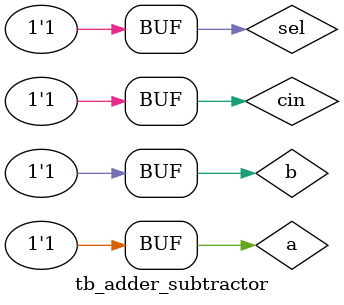
<source format=v>
`timescale 1ns / 1ns
module tb_adder_subtractor(
    );
	reg a ;
	reg b ;
	reg cin ;
	reg sel ;
	wire sum ;
	wire cout;
	adder_subtractor ss1 ( a, b, cin , sel , sum , cout ) ;
	initial
	begin
	a = 1 ;
	b = 1 ;
	cin = 0 ; 
   sel = 0 ;
   #20 ;	
	a = 1 ;
	b = 1 ;
	cin = 1 ; 
   sel = 1 ;
   #20 ;	
	end
endmodule

</source>
